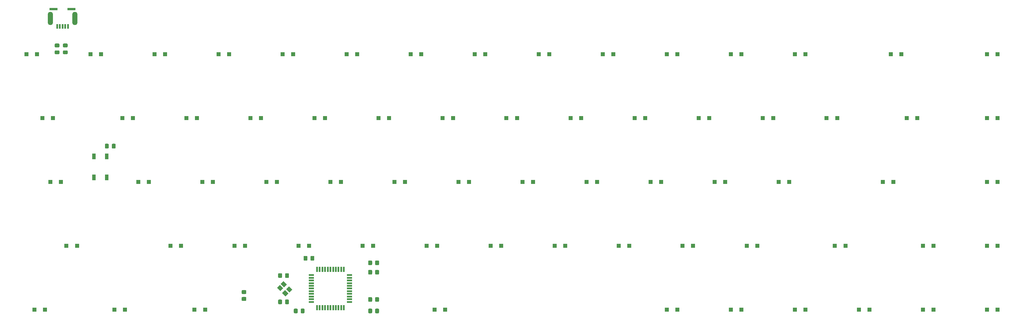
<source format=gbp>
G04 #@! TF.GenerationSoftware,KiCad,Pcbnew,(5.1.9-1-g591a07d2d9)-1*
G04 #@! TF.CreationDate,2021-07-12T22:14:49-06:00*
G04 #@! TF.ProjectId,keyboard-layout,6b657962-6f61-4726-942d-6c61796f7574,rev?*
G04 #@! TF.SameCoordinates,Original*
G04 #@! TF.FileFunction,Paste,Bot*
G04 #@! TF.FilePolarity,Positive*
%FSLAX46Y46*%
G04 Gerber Fmt 4.6, Leading zero omitted, Abs format (unit mm)*
G04 Created by KiCad (PCBNEW (5.1.9-1-g591a07d2d9)-1) date 2021-07-12 22:14:49*
%MOMM*%
%LPD*%
G01*
G04 APERTURE LIST*
%ADD10R,0.550000X1.500000*%
%ADD11R,1.500000X0.550000*%
%ADD12R,1.200000X1.200000*%
%ADD13R,2.350000X0.800000*%
%ADD14R,0.500000X1.400000*%
%ADD15O,1.500000X4.000000*%
%ADD16R,1.000000X1.700000*%
%ADD17C,0.100000*%
G04 APERTURE END LIST*
D10*
X122425000Y-110625000D03*
X121625000Y-110625000D03*
X120825000Y-110625000D03*
X120025000Y-110625000D03*
X119225000Y-110625000D03*
X118425000Y-110625000D03*
X117625000Y-110625000D03*
X116825000Y-110625000D03*
X116025000Y-110625000D03*
X115225000Y-110625000D03*
X114425000Y-110625000D03*
D11*
X112725000Y-108925000D03*
X112725000Y-108125000D03*
X112725000Y-107325000D03*
X112725000Y-106525000D03*
X112725000Y-105725000D03*
X112725000Y-104925000D03*
X112725000Y-104125000D03*
X112725000Y-103325000D03*
X112725000Y-102525000D03*
X112725000Y-101725000D03*
X112725000Y-100925000D03*
D10*
X114425000Y-99225000D03*
X115225000Y-99225000D03*
X116025000Y-99225000D03*
X116825000Y-99225000D03*
X117625000Y-99225000D03*
X118425000Y-99225000D03*
X119225000Y-99225000D03*
X120025000Y-99225000D03*
X120825000Y-99225000D03*
X121625000Y-99225000D03*
X122425000Y-99225000D03*
D11*
X124125000Y-100925000D03*
X124125000Y-101725000D03*
X124125000Y-102525000D03*
X124125000Y-103325000D03*
X124125000Y-104125000D03*
X124125000Y-104925000D03*
X124125000Y-105725000D03*
X124125000Y-106525000D03*
X124125000Y-107325000D03*
X124125000Y-108125000D03*
X124125000Y-108925000D03*
D12*
X77975000Y-111250000D03*
X81125000Y-111250000D03*
X70825000Y-92200000D03*
X73975000Y-92200000D03*
X151775000Y-54100000D03*
X154925000Y-54100000D03*
X89875000Y-92200000D03*
X93025000Y-92200000D03*
X54125000Y-111250000D03*
X57275000Y-111250000D03*
X75575000Y-54100000D03*
X78725000Y-54100000D03*
X127975000Y-92200000D03*
X131125000Y-92200000D03*
X294675000Y-92200000D03*
X297825000Y-92200000D03*
X170775000Y-54100000D03*
X173925000Y-54100000D03*
X32725000Y-54100000D03*
X35875000Y-54100000D03*
X132750000Y-54100000D03*
X135900000Y-54100000D03*
X242275000Y-92200000D03*
X245425000Y-92200000D03*
X39875000Y-92200000D03*
X43025000Y-92200000D03*
X268475000Y-92200000D03*
X271625000Y-92200000D03*
X232725000Y-73150000D03*
X235875000Y-73150000D03*
X80325000Y-73150000D03*
X83475000Y-73150000D03*
X313725000Y-111250000D03*
X316875000Y-111250000D03*
X113650000Y-54100000D03*
X116800000Y-54100000D03*
X251775000Y-73150000D03*
X254925000Y-73150000D03*
X56525000Y-54100000D03*
X59675000Y-54100000D03*
X313725000Y-73150000D03*
X316875000Y-73150000D03*
X313725000Y-92200000D03*
X316875000Y-92200000D03*
X227975000Y-54100000D03*
X231125000Y-54100000D03*
X208925000Y-54100000D03*
X212075000Y-54100000D03*
X166075000Y-92200000D03*
X169225000Y-92200000D03*
X237525000Y-35050000D03*
X240675000Y-35050000D03*
X185125000Y-92200000D03*
X188275000Y-92200000D03*
X275625000Y-111250000D03*
X278775000Y-111250000D03*
X213675000Y-73150000D03*
X216825000Y-73150000D03*
X194625000Y-73150000D03*
X197775000Y-73150000D03*
X175575000Y-73150000D03*
X178725000Y-73150000D03*
X189875000Y-54100000D03*
X193025000Y-54100000D03*
X156525000Y-73150000D03*
X159675000Y-73150000D03*
X137475000Y-73150000D03*
X140625000Y-73150000D03*
X237525000Y-111250000D03*
X240675000Y-111250000D03*
X118425000Y-73150000D03*
X121575000Y-73150000D03*
X27975000Y-35050000D03*
X31125000Y-35050000D03*
X256575000Y-35050000D03*
X259725000Y-35050000D03*
X282725000Y-73150000D03*
X285875000Y-73150000D03*
X94625000Y-54100000D03*
X97775000Y-54100000D03*
X294675000Y-111250000D03*
X297825000Y-111250000D03*
X223175000Y-92200000D03*
X226325000Y-92200000D03*
X313725000Y-54100000D03*
X316875000Y-54100000D03*
X99375000Y-73150000D03*
X102525000Y-73150000D03*
X30325000Y-111250000D03*
X33475000Y-111250000D03*
X256575000Y-111250000D03*
X259725000Y-111250000D03*
X204175000Y-92200000D03*
X207325000Y-92200000D03*
X35115000Y-73150000D03*
X38265000Y-73150000D03*
X108925000Y-92200000D03*
X112075000Y-92200000D03*
X289875000Y-54100000D03*
X293025000Y-54100000D03*
X285125000Y-35050000D03*
X288275000Y-35050000D03*
X147025000Y-92200000D03*
X150175000Y-92200000D03*
X218475000Y-111250000D03*
X221625000Y-111250000D03*
X61275000Y-73150000D03*
X64425000Y-73150000D03*
X313725000Y-35050000D03*
X316875000Y-35050000D03*
X266025000Y-54100000D03*
X269175000Y-54100000D03*
X247025000Y-54100000D03*
X250175000Y-54100000D03*
X199425000Y-35050000D03*
X202575000Y-35050000D03*
X180375000Y-35050000D03*
X183525000Y-35050000D03*
X161325000Y-35050000D03*
X164475000Y-35050000D03*
X142275000Y-35050000D03*
X145425000Y-35050000D03*
X123225000Y-35050000D03*
X126375000Y-35050000D03*
X104175000Y-35050000D03*
X107325000Y-35050000D03*
X85125000Y-35050000D03*
X88275000Y-35050000D03*
X66075000Y-35050000D03*
X69225000Y-35050000D03*
X47025000Y-35050000D03*
X50175000Y-35050000D03*
X218475000Y-35050000D03*
X221625000Y-35050000D03*
G36*
G01*
X106075000Y-108474999D02*
X106075000Y-109375001D01*
G75*
G02*
X105825001Y-109625000I-249999J0D01*
G01*
X105174999Y-109625000D01*
G75*
G02*
X104925000Y-109375001I0J249999D01*
G01*
X104925000Y-108474999D01*
G75*
G02*
X105174999Y-108225000I249999J0D01*
G01*
X105825001Y-108225000D01*
G75*
G02*
X106075000Y-108474999I0J-249999D01*
G01*
G37*
G36*
G01*
X104025000Y-108474999D02*
X104025000Y-109375001D01*
G75*
G02*
X103775001Y-109625000I-249999J0D01*
G01*
X103124999Y-109625000D01*
G75*
G02*
X102875000Y-109375001I0J249999D01*
G01*
X102875000Y-108474999D01*
G75*
G02*
X103124999Y-108225000I249999J0D01*
G01*
X103775001Y-108225000D01*
G75*
G02*
X104025000Y-108474999I0J-249999D01*
G01*
G37*
G36*
G01*
X104025000Y-100624999D02*
X104025000Y-101525001D01*
G75*
G02*
X103775001Y-101775000I-249999J0D01*
G01*
X103124999Y-101775000D01*
G75*
G02*
X102875000Y-101525001I0J249999D01*
G01*
X102875000Y-100624999D01*
G75*
G02*
X103124999Y-100375000I249999J0D01*
G01*
X103775001Y-100375000D01*
G75*
G02*
X104025000Y-100624999I0J-249999D01*
G01*
G37*
G36*
G01*
X106075000Y-100624999D02*
X106075000Y-101525001D01*
G75*
G02*
X105825001Y-101775000I-249999J0D01*
G01*
X105174999Y-101775000D01*
G75*
G02*
X104925000Y-101525001I0J249999D01*
G01*
X104925000Y-100624999D01*
G75*
G02*
X105174999Y-100375000I249999J0D01*
G01*
X105825001Y-100375000D01*
G75*
G02*
X106075000Y-100624999I0J-249999D01*
G01*
G37*
G36*
G01*
X131725000Y-100520001D02*
X131725000Y-99619999D01*
G75*
G02*
X131974999Y-99370000I249999J0D01*
G01*
X132625001Y-99370000D01*
G75*
G02*
X132875000Y-99619999I0J-249999D01*
G01*
X132875000Y-100520001D01*
G75*
G02*
X132625001Y-100770000I-249999J0D01*
G01*
X131974999Y-100770000D01*
G75*
G02*
X131725000Y-100520001I0J249999D01*
G01*
G37*
G36*
G01*
X129675000Y-100520001D02*
X129675000Y-99619999D01*
G75*
G02*
X129924999Y-99370000I249999J0D01*
G01*
X130575001Y-99370000D01*
G75*
G02*
X130825000Y-99619999I0J-249999D01*
G01*
X130825000Y-100520001D01*
G75*
G02*
X130575001Y-100770000I-249999J0D01*
G01*
X129924999Y-100770000D01*
G75*
G02*
X129675000Y-100520001I0J249999D01*
G01*
G37*
G36*
G01*
X113625000Y-95449999D02*
X113625000Y-96350001D01*
G75*
G02*
X113375001Y-96600000I-249999J0D01*
G01*
X112724999Y-96600000D01*
G75*
G02*
X112475000Y-96350001I0J249999D01*
G01*
X112475000Y-95449999D01*
G75*
G02*
X112724999Y-95200000I249999J0D01*
G01*
X113375001Y-95200000D01*
G75*
G02*
X113625000Y-95449999I0J-249999D01*
G01*
G37*
G36*
G01*
X111575000Y-95449999D02*
X111575000Y-96350001D01*
G75*
G02*
X111325001Y-96600000I-249999J0D01*
G01*
X110674999Y-96600000D01*
G75*
G02*
X110425000Y-96350001I0J249999D01*
G01*
X110425000Y-95449999D01*
G75*
G02*
X110674999Y-95200000I249999J0D01*
G01*
X111325001Y-95200000D01*
G75*
G02*
X111575000Y-95449999I0J-249999D01*
G01*
G37*
G36*
G01*
X131725000Y-112075001D02*
X131725000Y-111174999D01*
G75*
G02*
X131974999Y-110925000I249999J0D01*
G01*
X132625001Y-110925000D01*
G75*
G02*
X132875000Y-111174999I0J-249999D01*
G01*
X132875000Y-112075001D01*
G75*
G02*
X132625001Y-112325000I-249999J0D01*
G01*
X131974999Y-112325000D01*
G75*
G02*
X131725000Y-112075001I0J249999D01*
G01*
G37*
G36*
G01*
X129675000Y-112075001D02*
X129675000Y-111174999D01*
G75*
G02*
X129924999Y-110925000I249999J0D01*
G01*
X130575001Y-110925000D01*
G75*
G02*
X130825000Y-111174999I0J-249999D01*
G01*
X130825000Y-112075001D01*
G75*
G02*
X130575001Y-112325000I-249999J0D01*
G01*
X129924999Y-112325000D01*
G75*
G02*
X129675000Y-112075001I0J249999D01*
G01*
G37*
G36*
G01*
X129675000Y-108650001D02*
X129675000Y-107749999D01*
G75*
G02*
X129924999Y-107500000I249999J0D01*
G01*
X130575001Y-107500000D01*
G75*
G02*
X130825000Y-107749999I0J-249999D01*
G01*
X130825000Y-108650001D01*
G75*
G02*
X130575001Y-108900000I-249999J0D01*
G01*
X129924999Y-108900000D01*
G75*
G02*
X129675000Y-108650001I0J249999D01*
G01*
G37*
G36*
G01*
X131725000Y-108650001D02*
X131725000Y-107749999D01*
G75*
G02*
X131974999Y-107500000I249999J0D01*
G01*
X132625001Y-107500000D01*
G75*
G02*
X132875000Y-107749999I0J-249999D01*
G01*
X132875000Y-108650001D01*
G75*
G02*
X132625001Y-108900000I-249999J0D01*
G01*
X131974999Y-108900000D01*
G75*
G02*
X131725000Y-108650001I0J249999D01*
G01*
G37*
G36*
G01*
X93145001Y-106570000D02*
X92244999Y-106570000D01*
G75*
G02*
X91995000Y-106320001I0J249999D01*
G01*
X91995000Y-105669999D01*
G75*
G02*
X92244999Y-105420000I249999J0D01*
G01*
X93145001Y-105420000D01*
G75*
G02*
X93395000Y-105669999I0J-249999D01*
G01*
X93395000Y-106320001D01*
G75*
G02*
X93145001Y-106570000I-249999J0D01*
G01*
G37*
G36*
G01*
X93145001Y-108620000D02*
X92244999Y-108620000D01*
G75*
G02*
X91995000Y-108370001I0J249999D01*
G01*
X91995000Y-107719999D01*
G75*
G02*
X92244999Y-107470000I249999J0D01*
G01*
X93145001Y-107470000D01*
G75*
G02*
X93395000Y-107719999I0J-249999D01*
G01*
X93395000Y-108370001D01*
G75*
G02*
X93145001Y-108620000I-249999J0D01*
G01*
G37*
G36*
G01*
X108675000Y-111174999D02*
X108675000Y-112075001D01*
G75*
G02*
X108425001Y-112325000I-249999J0D01*
G01*
X107774999Y-112325000D01*
G75*
G02*
X107525000Y-112075001I0J249999D01*
G01*
X107525000Y-111174999D01*
G75*
G02*
X107774999Y-110925000I249999J0D01*
G01*
X108425001Y-110925000D01*
G75*
G02*
X108675000Y-111174999I0J-249999D01*
G01*
G37*
G36*
G01*
X110725000Y-111174999D02*
X110725000Y-112075001D01*
G75*
G02*
X110475001Y-112325000I-249999J0D01*
G01*
X109824999Y-112325000D01*
G75*
G02*
X109575000Y-112075001I0J249999D01*
G01*
X109575000Y-111174999D01*
G75*
G02*
X109824999Y-110925000I249999J0D01*
G01*
X110475001Y-110925000D01*
G75*
G02*
X110725000Y-111174999I0J-249999D01*
G01*
G37*
D13*
X41395000Y-21550000D03*
X36045000Y-21550000D03*
D14*
X37120000Y-26750000D03*
X37920000Y-26750000D03*
X38720000Y-26750000D03*
X39520000Y-26750000D03*
X40320000Y-26750000D03*
D15*
X35070000Y-24350000D03*
X42370000Y-24350000D03*
G36*
G01*
X51325000Y-62900001D02*
X51325000Y-61999999D01*
G75*
G02*
X51574999Y-61750000I249999J0D01*
G01*
X52225001Y-61750000D01*
G75*
G02*
X52475000Y-61999999I0J-249999D01*
G01*
X52475000Y-62900001D01*
G75*
G02*
X52225001Y-63150000I-249999J0D01*
G01*
X51574999Y-63150000D01*
G75*
G02*
X51325000Y-62900001I0J249999D01*
G01*
G37*
G36*
G01*
X53375000Y-62900001D02*
X53375000Y-61999999D01*
G75*
G02*
X53624999Y-61750000I249999J0D01*
G01*
X54275001Y-61750000D01*
G75*
G02*
X54525000Y-61999999I0J-249999D01*
G01*
X54525000Y-62900001D01*
G75*
G02*
X54275001Y-63150000I-249999J0D01*
G01*
X53624999Y-63150000D01*
G75*
G02*
X53375000Y-62900001I0J249999D01*
G01*
G37*
G36*
G01*
X130825000Y-96819999D02*
X130825000Y-97720001D01*
G75*
G02*
X130575001Y-97970000I-249999J0D01*
G01*
X129924999Y-97970000D01*
G75*
G02*
X129675000Y-97720001I0J249999D01*
G01*
X129675000Y-96819999D01*
G75*
G02*
X129924999Y-96570000I249999J0D01*
G01*
X130575001Y-96570000D01*
G75*
G02*
X130825000Y-96819999I0J-249999D01*
G01*
G37*
G36*
G01*
X132875000Y-96819999D02*
X132875000Y-97720001D01*
G75*
G02*
X132625001Y-97970000I-249999J0D01*
G01*
X131974999Y-97970000D01*
G75*
G02*
X131725000Y-97720001I0J249999D01*
G01*
X131725000Y-96819999D01*
G75*
G02*
X131974999Y-96570000I249999J0D01*
G01*
X132625001Y-96570000D01*
G75*
G02*
X132875000Y-96819999I0J-249999D01*
G01*
G37*
G36*
G01*
X37545001Y-35050000D02*
X36644999Y-35050000D01*
G75*
G02*
X36395000Y-34800001I0J249999D01*
G01*
X36395000Y-34149999D01*
G75*
G02*
X36644999Y-33900000I249999J0D01*
G01*
X37545001Y-33900000D01*
G75*
G02*
X37795000Y-34149999I0J-249999D01*
G01*
X37795000Y-34800001D01*
G75*
G02*
X37545001Y-35050000I-249999J0D01*
G01*
G37*
G36*
G01*
X37545001Y-33000000D02*
X36644999Y-33000000D01*
G75*
G02*
X36395000Y-32750001I0J249999D01*
G01*
X36395000Y-32099999D01*
G75*
G02*
X36644999Y-31850000I249999J0D01*
G01*
X37545001Y-31850000D01*
G75*
G02*
X37795000Y-32099999I0J-249999D01*
G01*
X37795000Y-32750001D01*
G75*
G02*
X37545001Y-33000000I-249999J0D01*
G01*
G37*
G36*
G01*
X39995001Y-33000000D02*
X39094999Y-33000000D01*
G75*
G02*
X38845000Y-32750001I0J249999D01*
G01*
X38845000Y-32099999D01*
G75*
G02*
X39094999Y-31850000I249999J0D01*
G01*
X39995001Y-31850000D01*
G75*
G02*
X40245000Y-32099999I0J-249999D01*
G01*
X40245000Y-32750001D01*
G75*
G02*
X39995001Y-33000000I-249999J0D01*
G01*
G37*
G36*
G01*
X39995001Y-35050000D02*
X39094999Y-35050000D01*
G75*
G02*
X38845000Y-34800001I0J249999D01*
G01*
X38845000Y-34149999D01*
G75*
G02*
X39094999Y-33900000I249999J0D01*
G01*
X39995001Y-33900000D01*
G75*
G02*
X40245000Y-34149999I0J-249999D01*
G01*
X40245000Y-34800001D01*
G75*
G02*
X39995001Y-35050000I-249999J0D01*
G01*
G37*
D16*
X51900000Y-71800000D03*
X51900000Y-65500000D03*
X48100000Y-71800000D03*
X48100000Y-65500000D03*
D17*
G36*
X105906371Y-106389214D02*
G01*
X105057843Y-107237742D01*
X104067893Y-106247792D01*
X104916421Y-105399264D01*
X105906371Y-106389214D01*
G37*
G36*
X104350736Y-104833579D02*
G01*
X103502208Y-105682107D01*
X102512258Y-104692157D01*
X103360786Y-103843629D01*
X104350736Y-104833579D01*
G37*
G36*
X107037742Y-105257843D02*
G01*
X106189214Y-106106371D01*
X105199264Y-105116421D01*
X106047792Y-104267893D01*
X107037742Y-105257843D01*
G37*
G36*
X105482107Y-103702208D02*
G01*
X104633579Y-104550736D01*
X103643629Y-103560786D01*
X104492157Y-102712258D01*
X105482107Y-103702208D01*
G37*
D12*
X152525000Y-111250000D03*
X149375000Y-111250000D03*
M02*

</source>
